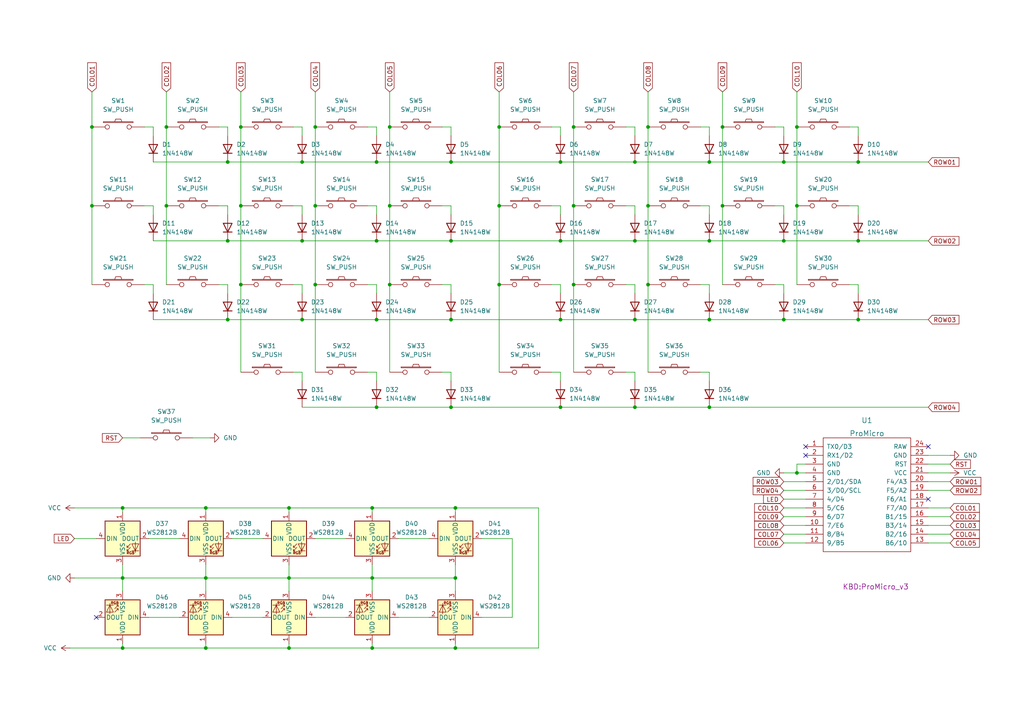
<source format=kicad_sch>
(kicad_sch (version 20211123) (generator eeschema)
  (paper "A4")
  (title_block (date "2022-05-29") (rev "1.3"))
  (lib_symbols
    (symbol "Diode:1N4148W" (pin_numbers hide) (pin_names (offset 1.016) hide)
      (property "Reference" "D" (at 0 2.54 0))
      (property "Value" "1N4148W" (at 0 -2.54 0))
      (symbol "1N4148W_0_1"
        (polyline (pts (xy -1.27 1.27) (xy -1.27 -1.27)) (stroke (width 0.254)))
        (polyline (pts (xy 1.27 0) (xy -1.27 0)))
        (polyline (pts (xy 1.27 1.27) (xy 1.27 -1.27) (xy -1.27 0) (xy 1.27 1.27)) (stroke (width 0.254)))
      )
      (symbol "1N4148W_1_1"
        (pin passive line (at -3.81 0 0) (length 2.54) (name "K") (number "1"))
        (pin passive line (at 3.81 0 180) (length 2.54) (name "A") (number "2"))
      )
    )
    (symbol "KBD:ProMicro" (pin_names (offset 1.016))
      (property "Reference" "U" (at 0 19.05 0))
      (property "Value" "ProMicro" (at 0 -19.05 0))
      (symbol "ProMicro_0_1"
        (rectangle (start -12.7 16.51) (end 12.7 -16.51))
      )
      (symbol "ProMicro_1_1"
        (pin bidirectional line (at -17.78 13.97 0) (length 5.08) (name "TX0/D3") (number "1"))
        (pin bidirectional line (at -17.78 -8.89 0) (length 5.08) (name "7/E6") (number "10"))
        (pin bidirectional line (at -17.78 -11.43 0) (length 5.08) (name "8/B4") (number "11"))
        (pin bidirectional line (at -17.78 -13.97 0) (length 5.08) (name "9/B5") (number "12"))
        (pin bidirectional line (at 17.78 -13.97 180) (length 5.08) (name "B6/10") (number "13"))
        (pin bidirectional line (at 17.78 -11.43 180) (length 5.08) (name "B2/16") (number "14"))
        (pin bidirectional line (at 17.78 -8.89 180) (length 5.08) (name "B3/14") (number "15"))
        (pin bidirectional line (at 17.78 -6.35 180) (length 5.08) (name "B1/15") (number "16"))
        (pin bidirectional line (at 17.78 -3.81 180) (length 5.08) (name "F7/A0") (number "17"))
        (pin bidirectional line (at 17.78 -1.27 180) (length 5.08) (name "F6/A1") (number "18"))
        (pin bidirectional line (at 17.78 1.27 180) (length 5.08) (name "F5/A2") (number "19"))
        (pin bidirectional line (at -17.78 11.43 0) (length 5.08) (name "RX1/D2") (number "2"))
        (pin bidirectional line (at 17.78 3.81 180) (length 5.08) (name "F4/A3") (number "20"))
        (pin power_in line (at 17.78 6.35 180) (length 5.08) (name "VCC") (number "21"))
        (pin input line (at 17.78 8.89 180) (length 5.08) (name "RST") (number "22"))
        (pin power_in line (at 17.78 11.43 180) (length 5.08) (name "GND") (number "23"))
        (pin power_out line (at 17.78 13.97 180) (length 5.08) (name "RAW") (number "24"))
        (pin power_in line (at -17.78 8.89 0) (length 5.08) (name "GND") (number "3"))
        (pin power_in line (at -17.78 6.35 0) (length 5.08) (name "GND") (number "4"))
        (pin bidirectional line (at -17.78 3.81 0) (length 5.08) (name "2/D1/SDA") (number "5"))
        (pin bidirectional line (at -17.78 1.27 0) (length 5.08) (name "3/D0/SCL") (number "6"))
        (pin bidirectional line (at -17.78 -1.27 0) (length 5.08) (name "4/D4") (number "7"))
        (pin bidirectional line (at -17.78 -3.81 0) (length 5.08) (name "5/C6") (number "8"))
        (pin bidirectional line (at -17.78 -6.35 0) (length 5.08) (name "6/D7") (number "9"))
      )
    )
    (symbol "KBD:SW_PUSH" (pin_numbers hide) (pin_names (offset 1.016) hide)
      (property "Reference" "SW" (at 3.81 2.794 0))
      (property "Value" "SW_PUSH" (at 0 -2.032 0))
      (symbol "SW_PUSH_0_1"
        (rectangle (start -4.318 1.27) (end 4.318 1.524))
        (polyline (pts (xy -1.016 1.524) (xy -0.762 2.286) (xy 0.762 2.286) (xy 1.016 1.524)))
        (pin passive inverted (at -7.62 0 0) (length 5.08) (name "1") (number "1"))
        (pin passive inverted (at 7.62 0 180) (length 5.08) (name "2") (number "2"))
      )
    )
    (symbol "LED:WS2812B" (pin_names (offset 0.254))
      (property "Reference" "D" (at 5.08 5.715 0))
      (property "Value" "WS2812B" (at 1.27 -5.715 0))
      (symbol "WS2812B_0_0"
        (text "RGB" (at 2.286 -4.191 0) (effects (font (size 0.762 0.762))))
      )
      (symbol "WS2812B_0_1"
        (polyline (pts (xy 1.27 -3.556) (xy 1.778 -3.556)))
        (polyline (pts (xy 1.27 -2.54) (xy 1.778 -2.54)))
        (polyline (pts (xy 4.699 -3.556) (xy 2.667 -3.556)))
        (polyline (pts (xy 2.286 -2.54) (xy 1.27 -3.556) (xy 1.27 -3.048)))
        (polyline (pts (xy 2.286 -1.524) (xy 1.27 -2.54) (xy 1.27 -2.032)))
        (polyline (pts (xy 3.683 -1.016) (xy 3.683 -3.556) (xy 3.683 -4.064)))
        (polyline (pts (xy 4.699 -1.524) (xy 2.667 -1.524) (xy 3.683 -3.556) (xy 4.699 -1.524)))
        (rectangle (start 5.08 5.08) (end -5.08 -5.08) (stroke (width 0.254)) (fill (type background)))
      )
      (symbol "WS2812B_1_1"
        (pin power_in line (at 0 7.62 270) (length 2.54) (name "VDD") (number "1"))
        (pin output line (at 7.62 0 180) (length 2.54) (name "DOUT") (number "2"))
        (pin power_in line (at 0 -7.62 90) (length 2.54) (name "VSS") (number "3"))
        (pin input line (at -7.62 0 0) (length 2.54) (name "DIN") (number "4"))
      )
    )
    (symbol "power:GND" (power) (pin_names (offset 0))
      (property "Value" "GND" (at 0 -3.81 0))
      (symbol "GND_0_1"
        (polyline (pts (xy 0 0) (xy 0 -1.27) (xy 1.27 -1.27) (xy 0 -2.54) (xy -1.27 -1.27) (xy 0 -1.27)))
      )
      (symbol "GND_1_1"
        (pin power_in line (at 0 0 270) (length 0) hide (name "GND") (number "1"))
      )
    )
    (symbol "power:VCC" (power) (pin_names (offset 0))
      (property "Value" "VCC" (at 0 3.81 0))
      (symbol "VCC_0_1"
        (polyline (pts (xy -0.762 1.27) (xy 0 2.54)))
        (polyline (pts (xy 0 0) (xy 0 2.54)))
        (polyline (pts (xy 0 2.54) (xy 0.762 1.27)))
      )
      (symbol "VCC_1_1"
        (pin power_in line (at 0 0 90) (length 0) hide (name "VCC") (number "1"))
      )
    )
  )
  (junction (at 91.44 36.83))
  (junction (at 66.04 92.71))
  (junction (at 130.81 118.11))
  (junction (at 35.56 167.64))
  (junction (at 205.74 46.99))
  (junction (at 91.44 59.69))
  (junction (at 248.92 92.71))
  (junction (at 209.55 59.69))
  (junction (at 69.85 36.83))
  (junction (at 166.37 36.83))
  (junction (at 132.08 167.64))
  (junction (at 107.95 147.32))
  (junction (at 162.56 92.71))
  (junction (at 231.14 59.69))
  (junction (at 109.22 92.71))
  (junction (at 205.74 118.11))
  (junction (at 91.44 82.55))
  (junction (at 48.26 36.83))
  (junction (at 162.56 46.99))
  (junction (at 130.81 46.99))
  (junction (at 109.22 69.85))
  (junction (at 107.95 167.64))
  (junction (at 87.63 69.85))
  (junction (at 132.08 147.32))
  (junction (at 59.69 187.96))
  (junction (at 166.37 59.69))
  (junction (at 144.78 82.55))
  (junction (at 109.22 46.99))
  (junction (at 227.33 46.99))
  (junction (at 248.92 69.85))
  (junction (at 113.03 36.83))
  (junction (at 144.78 59.69))
  (junction (at 87.63 92.71))
  (junction (at 184.15 46.99))
  (junction (at 205.74 92.71))
  (junction (at 83.82 167.64))
  (junction (at 26.67 59.69))
  (junction (at 109.22 118.11))
  (junction (at 59.69 167.64))
  (junction (at 231.14 137.16))
  (junction (at 248.92 46.99))
  (junction (at 162.56 118.11))
  (junction (at 130.81 92.71))
  (junction (at 205.74 69.85))
  (junction (at 187.96 36.83))
  (junction (at 66.04 46.99))
  (junction (at 187.96 59.69))
  (junction (at 227.33 69.85))
  (junction (at 166.37 82.55))
  (junction (at 187.96 82.55))
  (junction (at 107.95 187.96))
  (junction (at 83.82 187.96))
  (junction (at 35.56 147.32))
  (junction (at 162.56 69.85))
  (junction (at 69.85 82.55))
  (junction (at 83.82 147.32))
  (junction (at 113.03 59.69))
  (junction (at 35.56 187.96))
  (junction (at 184.15 92.71))
  (junction (at 113.03 82.55))
  (junction (at 59.69 147.32))
  (junction (at 184.15 69.85))
  (junction (at 209.55 36.83))
  (junction (at 130.81 69.85))
  (junction (at 66.04 69.85))
  (junction (at 231.14 36.83))
  (junction (at 227.33 92.71))
  (junction (at 132.08 187.96))
  (junction (at 48.26 59.69))
  (junction (at 144.78 36.83))
  (junction (at 69.85 59.69))
  (junction (at 184.15 118.11))
  (junction (at 87.63 46.99))
  (junction (at 26.67 36.83))
  (no_connect (at 233.68 129.54))
  (no_connect (at 233.68 132.08))
  (no_connect (at 269.24 129.54))
  (no_connect (at 269.24 144.78))
  (no_connect (at 27.94 179.07))
  (wire (pts (xy 87.63 36.83) (xy 87.63 39.37)))
  (wire (pts (xy 87.63 118.11) (xy 109.22 118.11)))
  (wire (pts (xy 184.15 118.11) (xy 205.74 118.11)))
  (wire (pts (xy 66.04 92.71) (xy 87.63 92.71)))
  (wire (pts (xy 132.08 187.96) (xy 156.21 187.96)))
  (wire (pts (xy 83.82 186.69) (xy 83.82 187.96)))
  (wire (pts (xy 109.22 59.69) (xy 109.22 62.23)))
  (wire (pts (xy 35.56 127) (xy 40.64 127)))
  (wire (pts (xy 227.33 46.99) (xy 248.92 46.99)))
  (wire (pts (xy 148.59 156.21) (xy 148.59 179.07)))
  (wire (pts (xy 269.24 157.48) (xy 275.59 157.48)))
  (wire (pts (xy 205.74 82.55) (xy 205.74 85.09)))
  (wire (pts (xy 227.33 149.86) (xy 233.68 149.86)))
  (wire (pts (xy 41.91 59.69) (xy 44.45 59.69)))
  (wire (pts (xy 205.74 107.95) (xy 205.74 110.49)))
  (wire (pts (xy 184.15 107.95) (xy 184.15 110.49)))
  (wire (pts (xy 205.74 118.11) (xy 269.24 118.11)))
  (wire (pts (xy 21.59 167.64) (xy 35.56 167.64)))
  (wire (pts (xy 107.95 147.32) (xy 132.08 147.32)))
  (wire (pts (xy 63.5 36.83) (xy 66.04 36.83)))
  (wire (pts (xy 181.61 107.95) (xy 184.15 107.95)))
  (wire (pts (xy 162.56 69.85) (xy 184.15 69.85)))
  (wire (pts (xy 113.03 59.69) (xy 113.03 82.55)))
  (wire (pts (xy 83.82 163.83) (xy 83.82 167.64)))
  (wire (pts (xy 130.81 46.99) (xy 162.56 46.99)))
  (wire (pts (xy 91.44 156.21) (xy 100.33 156.21)))
  (wire (pts (xy 144.78 36.83) (xy 144.78 59.69)))
  (wire (pts (xy 187.96 36.83) (xy 187.96 59.69)))
  (wire (pts (xy 205.74 46.99) (xy 227.33 46.99)))
  (wire (pts (xy 231.14 59.69) (xy 231.14 82.55)))
  (wire (pts (xy 231.14 36.83) (xy 231.14 59.69)))
  (wire (pts (xy 227.33 59.69) (xy 227.33 62.23)))
  (wire (pts (xy 205.74 69.85) (xy 227.33 69.85)))
  (wire (pts (xy 69.85 26.67) (xy 69.85 36.83)))
  (wire (pts (xy 63.5 82.55) (xy 66.04 82.55)))
  (wire (pts (xy 130.81 59.69) (xy 130.81 62.23)))
  (wire (pts (xy 91.44 26.67) (xy 91.44 36.83)))
  (wire (pts (xy 128.27 107.95) (xy 130.81 107.95)))
  (wire (pts (xy 106.68 82.55) (xy 109.22 82.55)))
  (wire (pts (xy 83.82 187.96) (xy 107.95 187.96)))
  (wire (pts (xy 162.56 36.83) (xy 162.56 39.37)))
  (wire (pts (xy 87.63 92.71) (xy 109.22 92.71)))
  (wire (pts (xy 109.22 36.83) (xy 109.22 39.37)))
  (wire (pts (xy 227.33 154.94) (xy 233.68 154.94)))
  (wire (pts (xy 205.74 36.83) (xy 205.74 39.37)))
  (wire (pts (xy 132.08 167.64) (xy 132.08 171.45)))
  (wire (pts (xy 35.56 147.32) (xy 35.56 148.59)))
  (wire (pts (xy 224.79 82.55) (xy 227.33 82.55)))
  (wire (pts (xy 66.04 59.69) (xy 66.04 62.23)))
  (wire (pts (xy 66.04 69.85) (xy 87.63 69.85)))
  (wire (pts (xy 246.38 59.69) (xy 248.92 59.69)))
  (wire (pts (xy 160.02 59.69) (xy 162.56 59.69)))
  (wire (pts (xy 227.33 142.24) (xy 233.68 142.24)))
  (wire (pts (xy 130.81 92.71) (xy 162.56 92.71)))
  (wire (pts (xy 187.96 26.67) (xy 187.96 36.83)))
  (wire (pts (xy 59.69 167.64) (xy 59.69 171.45)))
  (wire (pts (xy 59.69 186.69) (xy 59.69 187.96)))
  (wire (pts (xy 128.27 36.83) (xy 130.81 36.83)))
  (wire (pts (xy 184.15 59.69) (xy 184.15 62.23)))
  (wire (pts (xy 26.67 26.67) (xy 26.67 36.83)))
  (wire (pts (xy 106.68 59.69) (xy 109.22 59.69)))
  (wire (pts (xy 269.24 152.4) (xy 275.59 152.4)))
  (wire (pts (xy 85.09 59.69) (xy 87.63 59.69)))
  (wire (pts (xy 87.63 107.95) (xy 87.63 110.49)))
  (wire (pts (xy 91.44 59.69) (xy 91.44 82.55)))
  (wire (pts (xy 83.82 147.32) (xy 107.95 147.32)))
  (wire (pts (xy 21.59 147.32) (xy 35.56 147.32)))
  (wire (pts (xy 44.45 46.99) (xy 66.04 46.99)))
  (wire (pts (xy 233.68 134.62) (xy 231.14 134.62)))
  (wire (pts (xy 130.81 69.85) (xy 162.56 69.85)))
  (wire (pts (xy 48.26 59.69) (xy 48.26 82.55)))
  (wire (pts (xy 59.69 147.32) (xy 83.82 147.32)))
  (wire (pts (xy 166.37 36.83) (xy 166.37 59.69)))
  (wire (pts (xy 113.03 82.55) (xy 113.03 107.95)))
  (wire (pts (xy 69.85 82.55) (xy 69.85 107.95)))
  (wire (pts (xy 35.56 186.69) (xy 35.56 187.96)))
  (wire (pts (xy 132.08 186.69) (xy 132.08 187.96)))
  (wire (pts (xy 113.03 36.83) (xy 113.03 59.69)))
  (wire (pts (xy 144.78 26.67) (xy 144.78 36.83)))
  (wire (pts (xy 269.24 139.7) (xy 275.59 139.7)))
  (wire (pts (xy 109.22 92.71) (xy 130.81 92.71)))
  (wire (pts (xy 227.33 137.16) (xy 231.14 137.16)))
  (wire (pts (xy 128.27 59.69) (xy 130.81 59.69)))
  (wire (pts (xy 26.67 59.69) (xy 26.67 82.55)))
  (wire (pts (xy 109.22 82.55) (xy 109.22 85.09)))
  (wire (pts (xy 231.14 137.16) (xy 233.68 137.16)))
  (wire (pts (xy 107.95 167.64) (xy 132.08 167.64)))
  (wire (pts (xy 87.63 46.99) (xy 109.22 46.99)))
  (wire (pts (xy 107.95 163.83) (xy 107.95 167.64)))
  (wire (pts (xy 248.92 59.69) (xy 248.92 62.23)))
  (wire (pts (xy 44.45 59.69) (xy 44.45 62.23)))
  (wire (pts (xy 59.69 187.96) (xy 83.82 187.96)))
  (wire (pts (xy 63.5 59.69) (xy 66.04 59.69)))
  (wire (pts (xy 203.2 59.69) (xy 205.74 59.69)))
  (wire (pts (xy 44.45 82.55) (xy 44.45 85.09)))
  (wire (pts (xy 132.08 147.32) (xy 156.21 147.32)))
  (wire (pts (xy 113.03 26.67) (xy 113.03 36.83)))
  (wire (pts (xy 91.44 36.83) (xy 91.44 59.69)))
  (wire (pts (xy 162.56 92.71) (xy 184.15 92.71)))
  (wire (pts (xy 67.31 156.21) (xy 76.2 156.21)))
  (wire (pts (xy 269.24 154.94) (xy 275.59 154.94)))
  (wire (pts (xy 48.26 26.67) (xy 48.26 36.83)))
  (wire (pts (xy 107.95 147.32) (xy 107.95 148.59)))
  (wire (pts (xy 227.33 69.85) (xy 248.92 69.85)))
  (wire (pts (xy 205.74 59.69) (xy 205.74 62.23)))
  (wire (pts (xy 209.55 36.83) (xy 209.55 59.69)))
  (wire (pts (xy 269.24 134.62) (xy 275.59 134.62)))
  (wire (pts (xy 231.14 26.67) (xy 231.14 36.83)))
  (wire (pts (xy 231.14 134.62) (xy 231.14 137.16)))
  (wire (pts (xy 227.33 157.48) (xy 233.68 157.48)))
  (wire (pts (xy 48.26 36.83) (xy 48.26 59.69)))
  (wire (pts (xy 130.81 82.55) (xy 130.81 85.09)))
  (wire (pts (xy 246.38 36.83) (xy 248.92 36.83)))
  (wire (pts (xy 69.85 59.69) (xy 69.85 82.55)))
  (wire (pts (xy 248.92 46.99) (xy 269.24 46.99)))
  (wire (pts (xy 55.88 127) (xy 60.96 127)))
  (wire (pts (xy 156.21 147.32) (xy 156.21 187.96)))
  (wire (pts (xy 162.56 46.99) (xy 184.15 46.99)))
  (wire (pts (xy 224.79 36.83) (xy 227.33 36.83)))
  (wire (pts (xy 227.33 152.4) (xy 233.68 152.4)))
  (wire (pts (xy 248.92 82.55) (xy 248.92 85.09)))
  (wire (pts (xy 35.56 163.83) (xy 35.56 167.64)))
  (wire (pts (xy 205.74 92.71) (xy 227.33 92.71)))
  (wire (pts (xy 35.56 167.64) (xy 59.69 167.64)))
  (wire (pts (xy 83.82 147.32) (xy 83.82 148.59)))
  (wire (pts (xy 106.68 107.95) (xy 109.22 107.95)))
  (wire (pts (xy 184.15 46.99) (xy 205.74 46.99)))
  (wire (pts (xy 44.45 69.85) (xy 66.04 69.85)))
  (wire (pts (xy 160.02 82.55) (xy 162.56 82.55)))
  (wire (pts (xy 144.78 59.69) (xy 144.78 82.55)))
  (wire (pts (xy 209.55 26.67) (xy 209.55 36.83)))
  (wire (pts (xy 166.37 59.69) (xy 166.37 82.55)))
  (wire (pts (xy 224.79 59.69) (xy 227.33 59.69)))
  (wire (pts (xy 109.22 118.11) (xy 130.81 118.11)))
  (wire (pts (xy 91.44 82.55) (xy 91.44 107.95)))
  (wire (pts (xy 184.15 82.55) (xy 184.15 85.09)))
  (wire (pts (xy 83.82 167.64) (xy 83.82 171.45)))
  (wire (pts (xy 166.37 26.67) (xy 166.37 36.83)))
  (wire (pts (xy 162.56 107.95) (xy 162.56 110.49)))
  (wire (pts (xy 83.82 167.64) (xy 107.95 167.64)))
  (wire (pts (xy 162.56 59.69) (xy 162.56 62.23)))
  (wire (pts (xy 87.63 59.69) (xy 87.63 62.23)))
  (wire (pts (xy 35.56 187.96) (xy 59.69 187.96)))
  (wire (pts (xy 41.91 82.55) (xy 44.45 82.55)))
  (wire (pts (xy 41.91 36.83) (xy 44.45 36.83)))
  (wire (pts (xy 227.33 144.78) (xy 233.68 144.78)))
  (wire (pts (xy 107.95 187.96) (xy 132.08 187.96)))
  (wire (pts (xy 181.61 36.83) (xy 184.15 36.83)))
  (wire (pts (xy 227.33 147.32) (xy 233.68 147.32)))
  (wire (pts (xy 115.57 179.07) (xy 124.46 179.07)))
  (wire (pts (xy 69.85 36.83) (xy 69.85 59.69)))
  (wire (pts (xy 106.68 36.83) (xy 109.22 36.83)))
  (wire (pts (xy 269.24 149.86) (xy 275.59 149.86)))
  (wire (pts (xy 162.56 82.55) (xy 162.56 85.09)))
  (wire (pts (xy 227.33 82.55) (xy 227.33 85.09)))
  (wire (pts (xy 184.15 36.83) (xy 184.15 39.37)))
  (wire (pts (xy 203.2 36.83) (xy 205.74 36.83)))
  (wire (pts (xy 130.81 36.83) (xy 130.81 39.37)))
  (wire (pts (xy 160.02 36.83) (xy 162.56 36.83)))
  (wire (pts (xy 107.95 167.64) (xy 107.95 171.45)))
  (wire (pts (xy 44.45 36.83) (xy 44.45 39.37)))
  (wire (pts (xy 181.61 82.55) (xy 184.15 82.55)))
  (wire (pts (xy 166.37 82.55) (xy 166.37 107.95)))
  (wire (pts (xy 85.09 107.95) (xy 87.63 107.95)))
  (wire (pts (xy 227.33 92.71) (xy 248.92 92.71)))
  (wire (pts (xy 132.08 147.32) (xy 132.08 148.59)))
  (wire (pts (xy 128.27 82.55) (xy 130.81 82.55)))
  (wire (pts (xy 227.33 36.83) (xy 227.33 39.37)))
  (wire (pts (xy 139.7 156.21) (xy 148.59 156.21)))
  (wire (pts (xy 35.56 147.32) (xy 59.69 147.32)))
  (wire (pts (xy 144.78 82.55) (xy 144.78 107.95)))
  (wire (pts (xy 66.04 46.99) (xy 87.63 46.99)))
  (wire (pts (xy 187.96 59.69) (xy 187.96 82.55)))
  (wire (pts (xy 269.24 147.32) (xy 275.59 147.32)))
  (wire (pts (xy 115.57 156.21) (xy 124.46 156.21)))
  (wire (pts (xy 109.22 46.99) (xy 130.81 46.99)))
  (wire (pts (xy 248.92 92.71) (xy 269.24 92.71)))
  (wire (pts (xy 59.69 163.83) (xy 59.69 167.64)))
  (wire (pts (xy 26.67 36.83) (xy 26.67 59.69)))
  (wire (pts (xy 184.15 92.71) (xy 205.74 92.71)))
  (wire (pts (xy 85.09 36.83) (xy 87.63 36.83)))
  (wire (pts (xy 248.92 69.85) (xy 269.24 69.85)))
  (wire (pts (xy 269.24 137.16) (xy 275.59 137.16)))
  (wire (pts (xy 203.2 82.55) (xy 205.74 82.55)))
  (wire (pts (xy 91.44 179.07) (xy 100.33 179.07)))
  (wire (pts (xy 20.32 187.96) (xy 35.56 187.96)))
  (wire (pts (xy 227.33 139.7) (xy 233.68 139.7)))
  (wire (pts (xy 269.24 132.08) (xy 275.59 132.08)))
  (wire (pts (xy 130.81 118.11) (xy 162.56 118.11)))
  (wire (pts (xy 35.56 167.64) (xy 35.56 171.45)))
  (wire (pts (xy 187.96 82.55) (xy 187.96 107.95)))
  (wire (pts (xy 43.18 179.07) (xy 52.07 179.07)))
  (wire (pts (xy 66.04 36.83) (xy 66.04 39.37)))
  (wire (pts (xy 162.56 118.11) (xy 184.15 118.11)))
  (wire (pts (xy 21.59 156.21) (xy 27.94 156.21)))
  (wire (pts (xy 109.22 69.85) (xy 130.81 69.85)))
  (wire (pts (xy 132.08 163.83) (xy 132.08 167.64)))
  (wire (pts (xy 59.69 147.32) (xy 59.69 148.59)))
  (wire (pts (xy 130.81 107.95) (xy 130.81 110.49)))
  (wire (pts (xy 248.92 36.83) (xy 248.92 39.37)))
  (wire (pts (xy 209.55 59.69) (xy 209.55 82.55)))
  (wire (pts (xy 44.45 92.71) (xy 66.04 92.71)))
  (wire (pts (xy 85.09 82.55) (xy 87.63 82.55)))
  (wire (pts (xy 160.02 107.95) (xy 162.56 107.95)))
  (wire (pts (xy 87.63 69.85) (xy 109.22 69.85)))
  (wire (pts (xy 246.38 82.55) (xy 248.92 82.55)))
  (wire (pts (xy 67.31 179.07) (xy 76.2 179.07)))
  (wire (pts (xy 269.24 142.24) (xy 275.59 142.24)))
  (wire (pts (xy 43.18 156.21) (xy 52.07 156.21)))
  (wire (pts (xy 139.7 179.07) (xy 148.59 179.07)))
  (wire (pts (xy 59.69 167.64) (xy 83.82 167.64)))
  (wire (pts (xy 109.22 107.95) (xy 109.22 110.49)))
  (wire (pts (xy 181.61 59.69) (xy 184.15 59.69)))
  (wire (pts (xy 107.95 186.69) (xy 107.95 187.96)))
  (wire (pts (xy 66.04 82.55) (xy 66.04 85.09)))
  (wire (pts (xy 184.15 69.85) (xy 205.74 69.85)))
  (wire (pts (xy 203.2 107.95) (xy 205.74 107.95)))
  (wire (pts (xy 87.63 82.55) (xy 87.63 85.09)))
  (global_label "COL04" (shape input) (at 91.44 26.67 90) (property "Intersheet References" "${INTERSHEET_REFS}" (effects hide)))
  (global_label "ROW03" (shape input) (at 269.24 92.71 0) (property "Intersheet References" "${INTERSHEET_REFS}" (effects hide)))
  (global_label "RST" (shape input) (at 35.56 127 180) (property "Intersheet References" "${INTERSHEET_REFS}" (effects hide)))
  (global_label "COL01" (shape input) (at 26.67 26.67 90) (property "Intersheet References" "${INTERSHEET_REFS}" (effects hide)))
  (global_label "COL04" (shape input) (at 275.59 154.94 0) (property "Intersheet References" "${INTERSHEET_REFS}" (effects hide)))
  (global_label "ROW01" (shape input) (at 275.59 139.7 0) (property "Intersheet References" "${INTERSHEET_REFS}" (effects hide)))
  (global_label "COL06" (shape input) (at 144.78 26.67 90) (property "Intersheet References" "${INTERSHEET_REFS}" (effects hide)))
  (global_label "ROW02" (shape input) (at 275.59 142.24 0) (property "Intersheet References" "${INTERSHEET_REFS}" (effects hide)))
  (global_label "COL08" (shape input) (at 227.33 152.4 180) (property "Intersheet References" "${INTERSHEET_REFS}" (effects hide)))
  (global_label "ROW02" (shape input) (at 269.24 69.85 0) (property "Intersheet References" "${INTERSHEET_REFS}" (effects hide)))
  (global_label "ROW03" (shape input) (at 227.33 139.7 180) (property "Intersheet References" "${INTERSHEET_REFS}" (effects hide)))
  (global_label "ROW01" (shape input) (at 269.24 46.99 0) (property "Intersheet References" "${INTERSHEET_REFS}" (effects hide)))
  (global_label "COL03" (shape input) (at 275.59 152.4 0) (property "Intersheet References" "${INTERSHEET_REFS}" (effects hide)))
  (global_label "COL10" (shape input) (at 227.33 147.32 180) (property "Intersheet References" "${INTERSHEET_REFS}" (effects hide)))
  (global_label "COL02" (shape input) (at 275.59 149.86 0) (property "Intersheet References" "${INTERSHEET_REFS}" (effects hide)))
  (global_label "COL07" (shape input) (at 227.33 154.94 180) (property "Intersheet References" "${INTERSHEET_REFS}" (effects hide)))
  (global_label "ROW04" (shape input) (at 227.33 142.24 180) (property "Intersheet References" "${INTERSHEET_REFS}" (effects hide)))
  (global_label "COL05" (shape input) (at 275.59 157.48 0) (property "Intersheet References" "${INTERSHEET_REFS}" (effects hide)))
  (global_label "LED" (shape input) (at 21.59 156.21 180) (property "Intersheet References" "${INTERSHEET_REFS}" (effects hide)))
  (global_label "COL09" (shape input) (at 209.55 26.67 90) (property "Intersheet References" "${INTERSHEET_REFS}" (effects hide)))
  (global_label "COL06" (shape input) (at 227.33 157.48 180) (property "Intersheet References" "${INTERSHEET_REFS}" (effects hide)))
  (global_label "LED" (shape input) (at 227.33 144.78 180) (property "Intersheet References" "${INTERSHEET_REFS}" (effects hide)))
  (global_label "COL09" (shape input) (at 227.33 149.86 180) (property "Intersheet References" "${INTERSHEET_REFS}" (effects hide)))
  (global_label "COL01" (shape input) (at 275.59 147.32 0) (property "Intersheet References" "${INTERSHEET_REFS}" (effects hide)))
  (global_label "COL07" (shape input) (at 166.37 26.67 90) (property "Intersheet References" "${INTERSHEET_REFS}" (effects hide)))
  (global_label "COL02" (shape input) (at 48.26 26.67 90) (property "Intersheet References" "${INTERSHEET_REFS}" (effects hide)))
  (global_label "COL10" (shape input) (at 231.14 26.67 90) (property "Intersheet References" "${INTERSHEET_REFS}" (effects hide)))
  (global_label "COL05" (shape input) (at 113.03 26.67 90) (property "Intersheet References" "${INTERSHEET_REFS}" (effects hide)))
  (global_label "COL03" (shape input) (at 69.85 26.67 90) (property "Intersheet References" "${INTERSHEET_REFS}" (effects hide)))
  (global_label "COL08" (shape input) (at 187.96 26.67 90) (property "Intersheet References" "${INTERSHEET_REFS}" (effects hide)))
  (global_label "ROW04" (shape input) (at 269.24 118.11 0) (property "Intersheet References" "${INTERSHEET_REFS}" (effects hide)))
  (global_label "RST" (shape input) (at 275.59 134.62 0) (property "Intersheet References" "${INTERSHEET_REFS}" (effects hide)))
  (symbol (lib_id "KBD:SW_PUSH") (at 238.76 59.69 0) (unit 1)
    (property "Reference" "SW20" (at 238.76 52.07 0))
    (property "Value" "SW_PUSH" (at 238.76 54.61 0))
    (property "Footprint" "KBD:CherryMX_Hotswap" (effects hide))
  )
  (symbol (lib_id "power:GND") (at 21.59 167.64 270) (unit 1)
    (property "Reference" "#PWR0102" (effects hide))
    (property "Value" "GND" (at 17.78 167.6399 90) (effects (justify right)))
  )
  (symbol (lib_id "power:GND") (at 275.59 132.08 90) (unit 1)
    (property "Reference" "#PWR0105" (effects hide))
    (property "Value" "GND" (at 279.4 132.0799 90) (effects (justify right)))
  )
  (symbol (lib_id "Diode:1N4148W") (at 184.15 43.18 90) (unit 1)
    (property "Reference" "D7" (at 186.69 41.9099 90) (effects (justify right)))
    (property "Value" "1N4148W" (at 186.69 44.4499 90) (effects (justify right)))
    (property "Footprint" "KBD:D3_SMD_v2" (effects hide))
  )
  (symbol (lib_id "Diode:1N4148W") (at 109.22 88.9 90) (unit 1)
    (property "Reference" "D24" (at 111.76 87.6299 90) (effects (justify right)))
    (property "Value" "1N4148W" (at 111.76 90.1699 90) (effects (justify right)))
    (property "Footprint" "KBD:D3_SMD_v2" (effects hide))
  )
  (symbol (lib_id "LED:WS2812B") (at 132.08 179.07 180) (unit 1)
    (property "Reference" "D42" (at 143.51 173.2405 0))
    (property "Value" "WS2812B" (at 143.51 175.7805 0))
    (property "Footprint" "KBD:LED_WS2812B-PLCC4" (effects hide))
  )
  (symbol (lib_id "Diode:1N4148W") (at 184.15 66.04 90) (unit 1)
    (property "Reference" "D17" (at 186.69 64.7699 90) (effects (justify right)))
    (property "Value" "1N4148W" (at 186.69 67.3099 90) (effects (justify right)))
    (property "Footprint" "KBD:D3_SMD_v2" (effects hide))
  )
  (symbol (lib_id "Diode:1N4148W") (at 87.63 66.04 90) (unit 1)
    (property "Reference" "D13" (at 90.17 64.7699 90) (effects (justify right)))
    (property "Value" "1N4148W" (at 90.17 67.3099 90) (effects (justify right)))
    (property "Footprint" "KBD:D3_SMD_v2" (effects hide))
  )
  (symbol (lib_id "KBD:SW_PUSH") (at 77.47 59.69 0) (unit 1)
    (property "Reference" "SW13" (at 77.47 52.07 0))
    (property "Value" "SW_PUSH" (at 77.47 54.61 0))
    (property "Footprint" "KBD:CherryMX_Hotswap" (effects hide))
  )
  (symbol (lib_id "Diode:1N4148W") (at 109.22 114.3 90) (unit 1)
    (property "Reference" "D32" (at 111.76 113.0299 90) (effects (justify right)))
    (property "Value" "1N4148W" (at 111.76 115.5699 90) (effects (justify right)))
    (property "Footprint" "KBD:D3_SMD_v2" (effects hide))
  )
  (symbol (lib_id "KBD:SW_PUSH") (at 195.58 82.55 0) (unit 1)
    (property "Reference" "SW28" (at 195.58 74.93 0))
    (property "Value" "SW_PUSH" (at 195.58 77.47 0))
    (property "Footprint" "KBD:CherryMX_Hotswap" (effects hide))
  )
  (symbol (lib_id "LED:WS2812B") (at 132.08 156.21 0) (unit 1)
    (property "Reference" "D41" (at 143.51 151.8793 0))
    (property "Value" "WS2812B" (at 143.51 154.4193 0))
    (property "Footprint" "KBD:LED_WS2812B-PLCC4" (effects hide))
  )
  (symbol (lib_id "KBD:SW_PUSH") (at 34.29 82.55 0) (unit 1)
    (property "Reference" "SW21" (at 34.29 74.93 0))
    (property "Value" "SW_PUSH" (at 34.29 77.47 0))
    (property "Footprint" "KBD:CherryMX_Hotswap" (effects hide))
  )
  (symbol (lib_id "Diode:1N4148W") (at 162.56 114.3 90) (unit 1)
    (property "Reference" "D34" (at 165.1 113.0299 90) (effects (justify right)))
    (property "Value" "1N4148W" (at 165.1 115.5699 90) (effects (justify right)))
    (property "Footprint" "KBD:D3_SMD_v2" (effects hide))
  )
  (symbol (lib_id "KBD:SW_PUSH") (at 173.99 82.55 0) (unit 1)
    (property "Reference" "SW27" (at 173.99 74.93 0))
    (property "Value" "SW_PUSH" (at 173.99 77.47 0))
    (property "Footprint" "KBD:CherryMX_Hotswap" (effects hide))
  )
  (symbol (lib_id "Diode:1N4148W") (at 66.04 88.9 90) (unit 1)
    (property "Reference" "D22" (at 68.58 87.6299 90) (effects (justify right)))
    (property "Value" "1N4148W" (at 68.58 90.1699 90) (effects (justify right)))
    (property "Footprint" "KBD:D3_SMD_v2" (effects hide))
  )
  (symbol (lib_id "LED:WS2812B") (at 59.69 156.21 0) (unit 1)
    (property "Reference" "D38" (at 71.12 151.8793 0))
    (property "Value" "WS2812B" (at 71.12 154.4193 0))
    (property "Footprint" "KBD:LED_WS2812B-PLCC4" (effects hide))
  )
  (symbol (lib_id "LED:WS2812B") (at 107.95 179.07 180) (unit 1)
    (property "Reference" "D43" (at 119.38 173.2405 0))
    (property "Value" "WS2812B" (at 119.38 175.7805 0))
    (property "Footprint" "KBD:LED_WS2812B-PLCC4" (effects hide))
  )
  (symbol (lib_id "Diode:1N4148W") (at 227.33 66.04 90) (unit 1)
    (property "Reference" "D19" (at 229.87 64.7699 90) (effects (justify right)))
    (property "Value" "1N4148W" (at 229.87 67.3099 90) (effects (justify right)))
    (property "Footprint" "KBD:D3_SMD_v2" (effects hide))
  )
  (symbol (lib_id "KBD:SW_PUSH") (at 217.17 82.55 0) (unit 1)
    (property "Reference" "SW29" (at 217.17 74.93 0))
    (property "Value" "SW_PUSH" (at 217.17 77.47 0))
    (property "Footprint" "KBD:CherryMX_Hotswap" (effects hide))
  )
  (symbol (lib_id "Diode:1N4148W") (at 87.63 114.3 90) (unit 1)
    (property "Reference" "D31" (at 90.17 113.0299 90) (effects (justify right)))
    (property "Value" "1N4148W" (at 90.17 115.5699 90) (effects (justify right)))
    (property "Footprint" "KBD:D3_SMD_v2" (effects hide))
  )
  (symbol (lib_id "KBD:SW_PUSH") (at 77.47 107.95 0) (unit 1)
    (property "Reference" "SW31" (at 77.47 100.33 0))
    (property "Value" "SW_PUSH" (at 77.47 102.87 0))
    (property "Footprint" "KBD:CherryMX_Hotswap" (effects hide))
  )
  (symbol (lib_id "KBD:SW_PUSH") (at 217.17 59.69 0) (unit 1)
    (property "Reference" "SW19" (at 217.17 52.07 0))
    (property "Value" "SW_PUSH" (at 217.17 54.61 0))
    (property "Footprint" "KBD:CherryMX_Hotswap" (effects hide))
  )
  (symbol (lib_id "LED:WS2812B") (at 35.56 156.21 0) (unit 1)
    (property "Reference" "D37" (at 46.99 151.8793 0))
    (property "Value" "WS2812B" (at 46.99 154.4193 0))
    (property "Footprint" "KBD:LED_WS2812B-PLCC4" (effects hide))
  )
  (symbol (lib_id "KBD:SW_PUSH") (at 99.06 82.55 0) (unit 1)
    (property "Reference" "SW24" (at 99.06 74.93 0))
    (property "Value" "SW_PUSH" (at 99.06 77.47 0))
    (property "Footprint" "KBD:CherryMX_Hotswap" (effects hide))
  )
  (symbol (lib_id "KBD:SW_PUSH") (at 55.88 36.83 0) (unit 1)
    (property "Reference" "SW2" (at 55.88 29.21 0))
    (property "Value" "SW_PUSH" (at 55.88 31.75 0))
    (property "Footprint" "KBD:CherryMX_Hotswap" (effects hide))
  )
  (symbol (lib_id "KBD:SW_PUSH") (at 99.06 107.95 0) (unit 1)
    (property "Reference" "SW32" (at 99.06 100.33 0))
    (property "Value" "SW_PUSH" (at 99.06 102.87 0))
    (property "Footprint" "KBD:CherryMX_Hotswap" (effects hide))
  )
  (symbol (lib_id "KBD:SW_PUSH") (at 77.47 82.55 0) (unit 1)
    (property "Reference" "SW23" (at 77.47 74.93 0))
    (property "Value" "SW_PUSH" (at 77.47 77.47 0))
    (property "Footprint" "KBD:CherryMX_Hotswap" (effects hide))
  )
  (symbol (lib_id "LED:WS2812B") (at 83.82 179.07 180) (unit 1)
    (property "Reference" "D44" (at 95.25 173.2405 0))
    (property "Value" "WS2812B" (at 95.25 175.7805 0))
    (property "Footprint" "KBD:LED_WS2812B-PLCC4" (effects hide))
  )
  (symbol (lib_id "KBD:SW_PUSH") (at 120.65 107.95 0) (unit 1)
    (property "Reference" "SW33" (at 120.65 100.33 0))
    (property "Value" "SW_PUSH" (at 120.65 102.87 0))
    (property "Footprint" "KBD:CherryMX_Hotswap_1.5u" (effects hide))
  )
  (symbol (lib_id "Diode:1N4148W") (at 130.81 66.04 90) (unit 1)
    (property "Reference" "D15" (at 133.35 64.7699 90) (effects (justify right)))
    (property "Value" "1N4148W" (at 133.35 67.3099 90) (effects (justify right)))
    (property "Footprint" "KBD:D3_SMD_v2" (effects hide))
  )
  (symbol (lib_id "Diode:1N4148W") (at 205.74 66.04 90) (unit 1)
    (property "Reference" "D18" (at 208.28 64.7699 90) (effects (justify right)))
    (property "Value" "1N4148W" (at 208.28 67.3099 90) (effects (justify right)))
    (property "Footprint" "KBD:D3_SMD_v2" (effects hide))
  )
  (symbol (lib_id "Diode:1N4148W") (at 162.56 88.9 90) (unit 1)
    (property "Reference" "D26" (at 165.1 87.6299 90) (effects (justify right)))
    (property "Value" "1N4148W" (at 165.1 90.1699 90) (effects (justify right)))
    (property "Footprint" "KBD:D3_SMD_v2" (effects hide))
  )
  (symbol (lib_id "Diode:1N4148W") (at 66.04 43.18 90) (unit 1)
    (property "Reference" "D2" (at 68.58 41.9099 90) (effects (justify right)))
    (property "Value" "1N4148W" (at 68.58 44.4499 90) (effects (justify right)))
    (property "Footprint" "KBD:D3_SMD_v2" (effects hide))
  )
  (symbol (lib_id "LED:WS2812B") (at 35.56 179.07 180) (unit 1)
    (property "Reference" "D46" (at 46.99 173.2405 0))
    (property "Value" "WS2812B" (at 46.99 175.7805 0))
    (property "Footprint" "KBD:LED_WS2812B-PLCC4" (effects hide))
  )
  (symbol (lib_id "KBD:SW_PUSH") (at 195.58 36.83 0) (unit 1)
    (property "Reference" "SW8" (at 195.58 29.21 0))
    (property "Value" "SW_PUSH" (at 195.58 31.75 0))
    (property "Footprint" "KBD:CherryMX_Hotswap" (effects hide))
  )
  (symbol (lib_id "KBD:SW_PUSH") (at 120.65 82.55 0) (unit 1)
    (property "Reference" "SW25" (at 120.65 74.93 0))
    (property "Value" "SW_PUSH" (at 120.65 77.47 0))
    (property "Footprint" "KBD:CherryMX_Hotswap" (effects hide))
  )
  (symbol (lib_id "Diode:1N4148W") (at 162.56 43.18 90) (unit 1)
    (property "Reference" "D6" (at 165.1 41.9099 90) (effects (justify right)))
    (property "Value" "1N4148W" (at 165.1 44.4499 90) (effects (justify right)))
    (property "Footprint" "KBD:D3_SMD_v2" (effects hide))
  )
  (symbol (lib_id "KBD:SW_PUSH") (at 238.76 82.55 0) (unit 1)
    (property "Reference" "SW30" (at 238.76 74.93 0))
    (property "Value" "SW_PUSH" (at 238.76 77.47 0))
    (property "Footprint" "KBD:CherryMX_Hotswap" (effects hide))
  )
  (symbol (lib_id "KBD:SW_PUSH") (at 173.99 107.95 0) (unit 1)
    (property "Reference" "SW35" (at 173.99 100.33 0))
    (property "Value" "SW_PUSH" (at 173.99 102.87 0))
    (property "Footprint" "KBD:CherryMX_Hotswap" (effects hide))
  )
  (symbol (lib_id "LED:WS2812B") (at 59.69 179.07 180) (unit 1)
    (property "Reference" "D45" (at 71.12 173.2405 0))
    (property "Value" "WS2812B" (at 71.12 175.7805 0))
    (property "Footprint" "KBD:LED_WS2812B-PLCC4" (effects hide))
  )
  (symbol (lib_id "Diode:1N4148W") (at 130.81 88.9 90) (unit 1)
    (property "Reference" "D25" (at 133.35 87.6299 90) (effects (justify right)))
    (property "Value" "1N4148W" (at 133.35 90.1699 90) (effects (justify right)))
    (property "Footprint" "KBD:D3_SMD_v2" (effects hide))
  )
  (symbol (lib_id "LED:WS2812B") (at 107.95 156.21 0) (unit 1)
    (property "Reference" "D40" (at 119.38 151.8793 0))
    (property "Value" "WS2812B" (at 119.38 154.4193 0))
    (property "Footprint" "KBD:LED_WS2812B-PLCC4" (effects hide))
  )
  (symbol (lib_id "power:VCC") (at 275.59 137.16 270) (unit 1)
    (property "Reference" "#PWR0106" (effects hide))
    (property "Value" "VCC" (at 279.4 137.1599 90) (effects (justify left)))
  )
  (symbol (lib_id "KBD:SW_PUSH") (at 217.17 36.83 0) (unit 1)
    (property "Reference" "SW9" (at 217.17 29.21 0))
    (property "Value" "SW_PUSH" (at 217.17 31.75 0))
    (property "Footprint" "KBD:CherryMX_Hotswap" (effects hide))
  )
  (symbol (lib_id "Diode:1N4148W") (at 44.45 43.18 90) (unit 1)
    (property "Reference" "D1" (at 46.99 41.9099 90) (effects (justify right)))
    (property "Value" "1N4148W" (at 46.99 44.4499 90) (effects (justify right)))
    (property "Footprint" "KBD:D3_SMD_v2" (effects hide))
  )
  (symbol (lib_id "Diode:1N4148W") (at 130.81 43.18 90) (unit 1)
    (property "Reference" "D5" (at 133.35 41.9099 90) (effects (justify right)))
    (property "Value" "1N4148W" (at 133.35 44.4499 90) (effects (justify right)))
    (property "Footprint" "KBD:D3_SMD_v2" (effects hide))
  )
  (symbol (lib_id "KBD:SW_PUSH") (at 34.29 59.69 0) (unit 1)
    (property "Reference" "SW11" (at 34.29 52.07 0))
    (property "Value" "SW_PUSH" (at 34.29 54.61 0))
    (property "Footprint" "KBD:CherryMX_Hotswap" (effects hide))
  )
  (symbol (lib_id "Diode:1N4148W") (at 130.81 114.3 90) (unit 1)
    (property "Reference" "D33" (at 133.35 113.0299 90) (effects (justify right)))
    (property "Value" "1N4148W" (at 133.35 115.5699 90) (effects (justify right)))
    (property "Footprint" "KBD:D3_SMD_v2" (effects hide))
  )
  (symbol (lib_id "KBD:SW_PUSH") (at 195.58 107.95 0) (unit 1)
    (property "Reference" "SW36" (at 195.58 100.33 0))
    (property "Value" "SW_PUSH" (at 195.58 102.87 0))
    (property "Footprint" "KBD:CherryMX_Hotswap" (effects hide))
  )
  (symbol (lib_id "KBD:SW_PUSH") (at 55.88 82.55 0) (unit 1)
    (property "Reference" "SW22" (at 55.88 74.93 0))
    (property "Value" "SW_PUSH" (at 55.88 77.47 0))
    (property "Footprint" "KBD:CherryMX_Hotswap" (effects hide))
  )
  (symbol (lib_id "KBD:SW_PUSH") (at 55.88 59.69 0) (unit 1)
    (property "Reference" "SW12" (at 55.88 52.07 0))
    (property "Value" "SW_PUSH" (at 55.88 54.61 0))
    (property "Footprint" "KBD:CherryMX_Hotswap" (effects hide))
  )
  (symbol (lib_id "KBD:SW_PUSH") (at 173.99 36.83 0) (unit 1)
    (property "Reference" "SW7" (at 173.99 29.21 0))
    (property "Value" "SW_PUSH" (at 173.99 31.75 0))
    (property "Footprint" "KBD:CherryMX_Hotswap" (effects hide))
  )
  (symbol (lib_id "KBD:SW_PUSH") (at 34.29 36.83 0) (unit 1)
    (property "Reference" "SW1" (at 34.29 29.21 0))
    (property "Value" "SW_PUSH" (at 34.29 31.75 0))
    (property "Footprint" "KBD:CherryMX_Hotswap" (effects hide))
  )
  (symbol (lib_id "KBD:SW_PUSH") (at 195.58 59.69 0) (unit 1)
    (property "Reference" "SW18" (at 195.58 52.07 0))
    (property "Value" "SW_PUSH" (at 195.58 54.61 0))
    (property "Footprint" "KBD:CherryMX_Hotswap" (effects hide))
  )
  (symbol (lib_id "power:GND") (at 227.33 137.16 270) (unit 1)
    (property "Reference" "#PWR0104" (effects hide))
    (property "Value" "GND" (at 223.52 137.1599 90) (effects (justify right)))
  )
  (symbol (lib_id "Diode:1N4148W") (at 205.74 88.9 90) (unit 1)
    (property "Reference" "D28" (at 208.28 87.6299 90) (effects (justify right)))
    (property "Value" "1N4148W" (at 208.28 90.1699 90) (effects (justify right)))
    (property "Footprint" "KBD:D3_SMD_v2" (effects hide))
  )
  (symbol (lib_id "Diode:1N4148W") (at 87.63 43.18 90) (unit 1)
    (property "Reference" "D3" (at 90.17 41.9099 90) (effects (justify right)))
    (property "Value" "1N4148W" (at 90.17 44.4499 90) (effects (justify right)))
    (property "Footprint" "KBD:D3_SMD_v2" (effects hide))
  )
  (symbol (lib_id "KBD:SW_PUSH") (at 152.4 59.69 0) (unit 1)
    (property "Reference" "SW16" (at 152.4 52.07 0))
    (property "Value" "SW_PUSH" (at 152.4 54.61 0))
    (property "Footprint" "KBD:CherryMX_Hotswap" (effects hide))
  )
  (symbol (lib_id "Diode:1N4148W") (at 184.15 114.3 90) (unit 1)
    (property "Reference" "D35" (at 186.69 113.0299 90) (effects (justify right)))
    (property "Value" "1N4148W" (at 186.69 115.5699 90) (effects (justify right)))
    (property "Footprint" "KBD:D3_SMD_v2" (effects hide))
  )
  (symbol (lib_id "Diode:1N4148W") (at 248.92 43.18 90) (unit 1)
    (property "Reference" "D10" (at 251.46 41.9099 90) (effects (justify right)))
    (property "Value" "1N4148W" (at 251.46 44.4499 90) (effects (justify right)))
    (property "Footprint" "KBD:D3_SMD_v2" (effects hide))
  )
  (symbol (lib_id "LED:WS2812B") (at 83.82 156.21 0) (unit 1)
    (property "Reference" "D39" (at 95.25 151.8793 0))
    (property "Value" "WS2812B" (at 95.25 154.4193 0))
    (property "Footprint" "KBD:LED_WS2812B-PLCC4" (effects hide))
  )
  (symbol (lib_id "Diode:1N4148W") (at 44.45 88.9 90) (unit 1)
    (property "Reference" "D21" (at 46.99 87.6299 90) (effects (justify right)))
    (property "Value" "1N4148W" (at 46.99 90.1699 90) (effects (justify right)))
    (property "Footprint" "KBD:D3_SMD_v2" (effects hide))
  )
  (symbol (lib_id "Diode:1N4148W") (at 205.74 43.18 90) (unit 1)
    (property "Reference" "D8" (at 208.28 41.9099 90) (effects (justify right)))
    (property "Value" "1N4148W" (at 208.28 44.4499 90) (effects (justify right)))
    (property "Footprint" "KBD:D3_SMD_v2" (effects hide))
  )
  (symbol (lib_id "power:VCC") (at 21.59 147.32 90) (unit 1)
    (property "Reference" "#PWR0101" (effects hide))
    (property "Value" "VCC" (at 17.78 147.3199 90) (effects (justify left)))
  )
  (symbol (lib_id "KBD:SW_PUSH") (at 238.76 36.83 0) (unit 1)
    (property "Reference" "SW10" (at 238.76 29.21 0))
    (property "Value" "SW_PUSH" (at 238.76 31.75 0))
    (property "Footprint" "KBD:CherryMX_Hotswap" (effects hide))
  )
  (symbol (lib_id "Diode:1N4148W") (at 44.45 66.04 90) (unit 1)
    (property "Reference" "D11" (at 46.99 64.7699 90) (effects (justify right)))
    (property "Value" "1N4148W" (at 46.99 67.3099 90) (effects (justify right)))
    (property "Footprint" "KBD:D3_SMD_v2" (effects hide))
  )
  (symbol (lib_id "Diode:1N4148W") (at 66.04 66.04 90) (unit 1)
    (property "Reference" "D12" (at 68.58 64.7699 90) (effects (justify right)))
    (property "Value" "1N4148W" (at 68.58 67.3099 90) (effects (justify right)))
    (property "Footprint" "KBD:D3_SMD_v2" (effects hide))
  )
  (symbol (lib_id "Diode:1N4148W") (at 109.22 43.18 90) (unit 1)
    (property "Reference" "D4" (at 111.76 41.9099 90) (effects (justify right)))
    (property "Value" "1N4148W" (at 111.76 44.4499 90) (effects (justify right)))
    (property "Footprint" "KBD:D3_SMD_v2" (effects hide))
  )
  (symbol (lib_id "KBD:SW_PUSH") (at 99.06 36.83 0) (unit 1)
    (property "Reference" "SW4" (at 99.06 29.21 0))
    (property "Value" "SW_PUSH" (at 99.06 31.75 0))
    (property "Footprint" "KBD:CherryMX_Hotswap" (effects hide))
  )
  (symbol (lib_id "KBD:SW_PUSH") (at 152.4 82.55 0) (unit 1)
    (property "Reference" "SW26" (at 152.4 74.93 0))
    (property "Value" "SW_PUSH" (at 152.4 77.47 0))
    (property "Footprint" "KBD:CherryMX_Hotswap" (effects hide))
  )
  (symbol (lib_id "Diode:1N4148W") (at 248.92 66.04 90) (unit 1)
    (property "Reference" "D20" (at 251.46 64.7699 90) (effects (justify right)))
    (property "Value" "1N4148W" (at 251.46 67.3099 90) (effects (justify right)))
    (property "Footprint" "KBD:D3_SMD_v2" (effects hide))
  )
  (symbol (lib_id "power:VCC") (at 20.32 187.96 90) (unit 1)
    (property "Reference" "#PWR0107" (effects hide))
    (property "Value" "VCC" (at 16.51 187.9599 90) (effects (justify left)))
  )
  (symbol (lib_id "Diode:1N4148W") (at 109.22 66.04 90) (unit 1)
    (property "Reference" "D14" (at 111.76 64.7699 90) (effects (justify right)))
    (property "Value" "1N4148W" (at 111.76 67.3099 90) (effects (justify right)))
    (property "Footprint" "KBD:D3_SMD_v2" (effects hide))
  )
  (symbol (lib_id "KBD:SW_PUSH") (at 152.4 107.95 0) (unit 1)
    (property "Reference" "SW34" (at 152.4 100.33 0))
    (property "Value" "SW_PUSH" (at 152.4 102.87 0))
    (property "Footprint" "KBD:CherryMX_Hotswap_1.5u" (effects hide))
  )
  (symbol (lib_id "KBD:SW_PUSH") (at 120.65 59.69 0) (unit 1)
    (property "Reference" "SW15" (at 120.65 52.07 0))
    (property "Value" "SW_PUSH" (at 120.65 54.61 0))
    (property "Footprint" "KBD:CherryMX_Hotswap" (effects hide))
  )
  (symbol (lib_id "KBD:ProMicro") (at 251.46 143.51 0) (unit 1)
    (property "Reference" "U1" (at 251.46 121.92 0) (effects (font (size 1.524 1.524))))
    (property "Value" "ProMicro" (at 251.46 125.73 0) (effects (font (size 1.524 1.524))))
    (property "Footprint" "KBD:ProMicro_v3" (at 254 170.18 0) (effects (font (size 1.524 1.524))))
  )
  (symbol (lib_id "Diode:1N4148W") (at 227.33 43.18 90) (unit 1)
    (property "Reference" "D9" (at 229.87 41.9099 90) (effects (justify right)))
    (property "Value" "1N4148W" (at 229.87 44.4499 90) (effects (justify right)))
    (property "Footprint" "KBD:D3_SMD_v2" (effects hide))
  )
  (symbol (lib_id "Diode:1N4148W") (at 227.33 88.9 90) (unit 1)
    (property "Reference" "D29" (at 229.87 87.6299 90) (effects (justify right)))
    (property "Value" "1N4148W" (at 229.87 90.1699 90) (effects (justify right)))
    (property "Footprint" "KBD:D3_SMD_v2" (effects hide))
  )
  (symbol (lib_id "Diode:1N4148W") (at 248.92 88.9 90) (unit 1)
    (property "Reference" "D30" (at 251.46 87.6299 90) (effects (justify right)))
    (property "Value" "1N4148W" (at 251.46 90.1699 90) (effects (justify right)))
    (property "Footprint" "KBD:D3_SMD_v2" (effects hide))
  )
  (symbol (lib_id "Diode:1N4148W") (at 205.74 114.3 90) (unit 1)
    (property "Reference" "D36" (at 208.28 113.0299 90) (effects (justify right)))
    (property "Value" "1N4148W" (at 208.28 115.5699 90) (effects (justify right)))
    (property "Footprint" "KBD:D3_SMD_v2" (effects hide))
  )
  (symbol (lib_id "KBD:SW_PUSH") (at 77.47 36.83 0) (unit 1)
    (property "Reference" "SW3" (at 77.47 29.21 0))
    (property "Value" "SW_PUSH" (at 77.47 31.75 0))
    (property "Footprint" "KBD:CherryMX_Hotswap" (effects hide))
  )
  (symbol (lib_id "power:GND") (at 60.96 127 90) (unit 1)
    (property "Reference" "#PWR0103" (effects hide))
    (property "Value" "GND" (at 64.77 126.9999 90) (effects (justify right)))
  )
  (symbol (lib_id "Diode:1N4148W") (at 162.56 66.04 90) (unit 1)
    (property "Reference" "D16" (at 165.1 64.7699 90) (effects (justify right)))
    (property "Value" "1N4148W" (at 165.1 67.3099 90) (effects (justify right)))
    (property "Footprint" "KBD:D3_SMD_v2" (effects hide))
  )
  (symbol (lib_id "Diode:1N4148W") (at 184.15 88.9 90) (unit 1)
    (property "Reference" "D27" (at 186.69 87.6299 90) (effects (justify right)))
    (property "Value" "1N4148W" (at 186.69 90.1699 90) (effects (justify right)))
    (property "Footprint" "KBD:D3_SMD_v2" (effects hide))
  )
  (symbol (lib_id "Diode:1N4148W") (at 87.63 88.9 90) (unit 1)
    (property "Reference" "D23" (at 90.17 87.6299 90) (effects (justify right)))
    (property "Value" "1N4148W" (at 90.17 90.1699 90) (effects (justify right)))
    (property "Footprint" "KBD:D3_SMD_v2" (effects hide))
  )
  (symbol (lib_id "KBD:SW_PUSH") (at 173.99 59.69 0) (unit 1)
    (property "Reference" "SW17" (at 173.99 52.07 0))
    (property "Value" "SW_PUSH" (at 173.99 54.61 0))
    (property "Footprint" "KBD:CherryMX_Hotswap" (effects hide))
  )
  (symbol (lib_id "KBD:SW_PUSH") (at 152.4 36.83 0) (unit 1)
    (property "Reference" "SW6" (at 152.4 29.21 0))
    (property "Value" "SW_PUSH" (at 152.4 31.75 0))
    (property "Footprint" "KBD:CherryMX_Hotswap" (effects hide))
  )
  (symbol (lib_id "KBD:SW_PUSH") (at 120.65 36.83 0) (unit 1)
    (property "Reference" "SW5" (at 120.65 29.21 0))
    (property "Value" "SW_PUSH" (at 120.65 31.75 0))
    (property "Footprint" "KBD:CherryMX_Hotswap" (effects hide))
  )
  (symbol (lib_id "KBD:SW_PUSH") (at 48.26 127 0) (unit 1)
    (property "Reference" "SW37" (at 48.26 119.38 0))
    (property "Value" "SW_PUSH" (at 48.26 121.92 0))
    (property "Footprint" "Button_Switch_SMD:SW_SPST_TL3342" (effects hide))
  )
  (symbol (lib_id "KBD:SW_PUSH") (at 99.06 59.69 0) (unit 1)
    (property "Reference" "SW14" (at 99.06 52.07 0))
    (property "Value" "SW_PUSH" (at 99.06 54.61 0))
    (property "Footprint" "KBD:CherryMX_Hotswap" (effects hide))
  )
)
</source>
